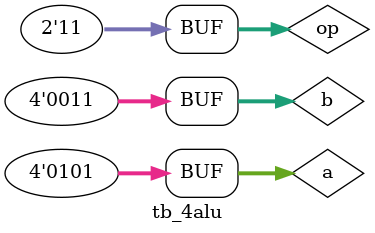
<source format=v>
module tb_4alu;
  
  reg [3:0]a,b;
  reg [1:0]op;
  wire [3:0]out;
  
  alu_4bit a1(.Out(out), .A(a), .B(b), .op(op));
  
  initial
    begin
      
      $monitor($time,"op=%b,a=%b,b=%b,out=%b",op,a,b,out);
      
      #10 op=2'b00; a=4'b0101; b=4'b0011; // a=5, b=3
      #10 op=2'b01; a=4'b0101; b=4'b0011;
      #10 op=2'b10; a=4'b0101; b=4'b0011;
      #10 op=2'b11; a=4'b0101; b=4'b0011;
      
    end
endmodule

</source>
